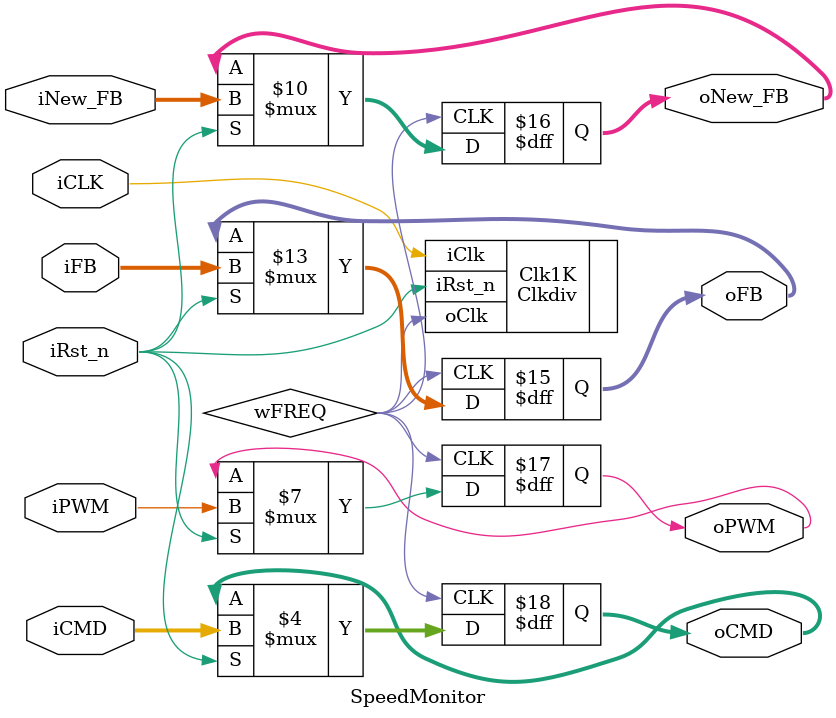
<source format=v>
module SpeedMonitor #(
parameter CMD_SIZE  = 2, //bytes -> bits
parameter FB_SIZE   = 4	//bytes -> bits)
)(
input   iCLK,
input   iRst_n,
input   [31:0]iFB,
input   [15:0]iNew_FB,
input   iPWM,
input   [15:0]iCMD,
output  reg [31:0]oFB,
output  reg [15:0]oNew_FB,
output  reg oPWM,
output  reg [15:0]oCMD
);
wire wFREQ;
Clkdiv #(
	.EXCEPTCLK	(1000)
) Clk1K (
	.iClk		(iCLK),	// 50Mhz clock 
	.iRst_n	    (iRst_n),// Reset
	.oClk		(wFREQ)	// ExpectClk clock
);

always @(posedge wFREQ)begin
    if(!iRst_n)begin

    end
    else begin
        oFB     <=  iFB;
        oNew_FB <=  iNew_FB;
        oPWM    <=  iPWM;
        oCMD    <=  iCMD;
    end


end

endmodule
</source>
